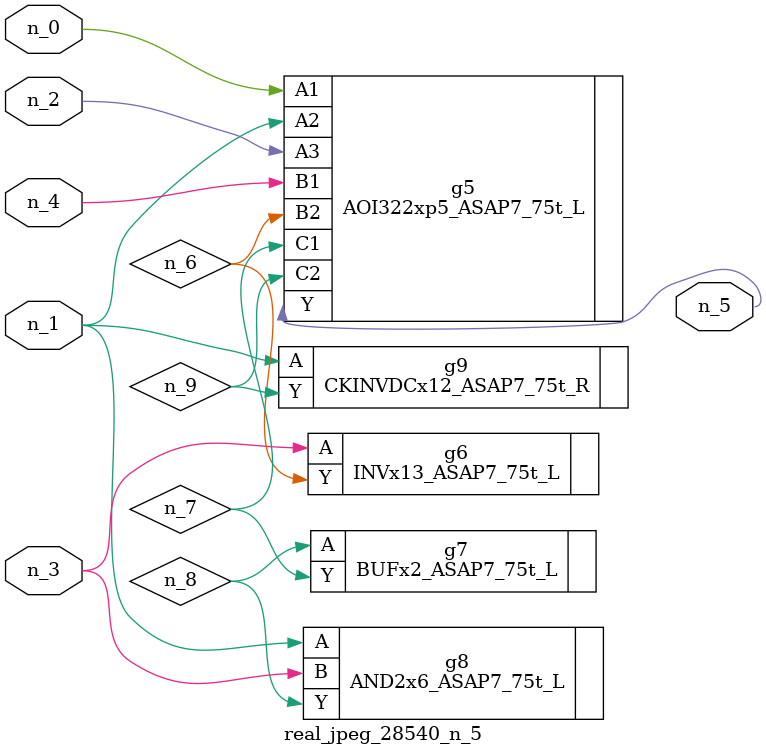
<source format=v>
module real_jpeg_28540_n_5 (n_4, n_0, n_1, n_2, n_3, n_5);

input n_4;
input n_0;
input n_1;
input n_2;
input n_3;

output n_5;

wire n_8;
wire n_6;
wire n_7;
wire n_9;

AOI322xp5_ASAP7_75t_L g5 ( 
.A1(n_0),
.A2(n_1),
.A3(n_2),
.B1(n_4),
.B2(n_6),
.C1(n_7),
.C2(n_9),
.Y(n_5)
);

AND2x6_ASAP7_75t_L g8 ( 
.A(n_1),
.B(n_3),
.Y(n_8)
);

CKINVDCx12_ASAP7_75t_R g9 ( 
.A(n_1),
.Y(n_9)
);

INVx13_ASAP7_75t_L g6 ( 
.A(n_3),
.Y(n_6)
);

BUFx2_ASAP7_75t_L g7 ( 
.A(n_8),
.Y(n_7)
);


endmodule
</source>
